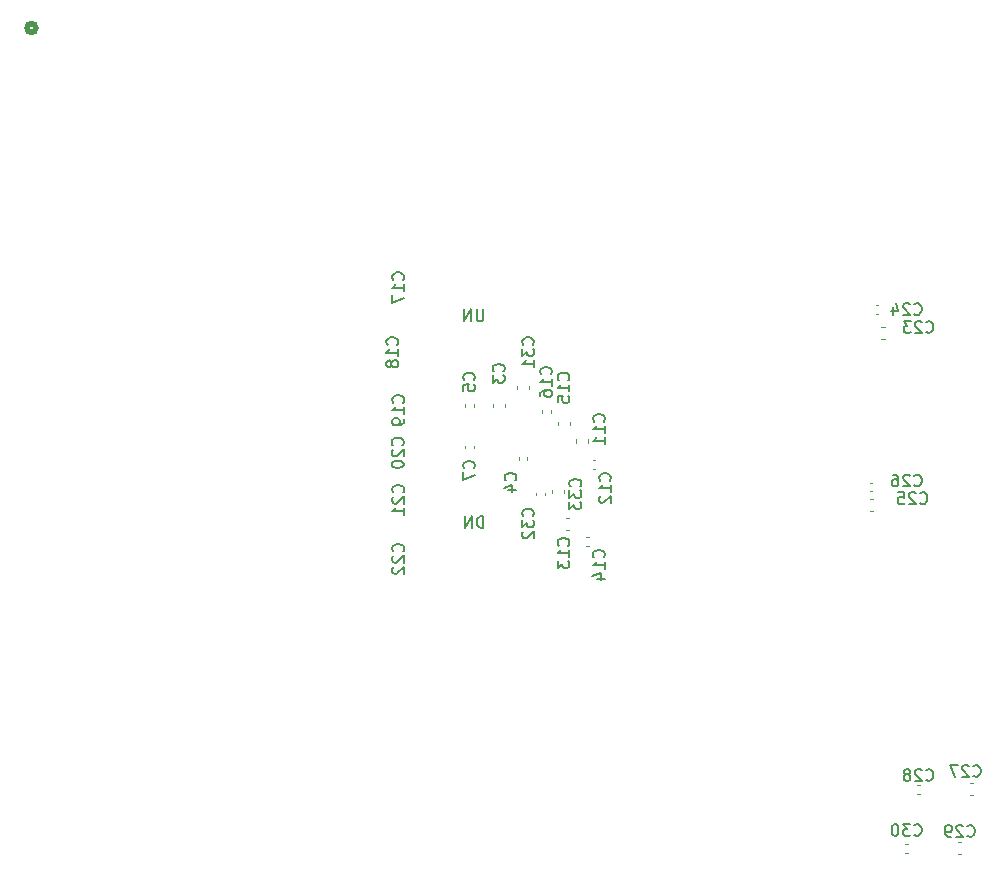
<source format=gbr>
%TF.GenerationSoftware,KiCad,Pcbnew,8.0.6-8.0.6-0~ubuntu24.04.1*%
%TF.CreationDate,2025-02-19T13:10:04-10:00*%
%TF.ProjectId,board_main,626f6172-645f-46d6-9169-6e2e6b696361,rev?*%
%TF.SameCoordinates,Original*%
%TF.FileFunction,Legend,Bot*%
%TF.FilePolarity,Positive*%
%FSLAX46Y46*%
G04 Gerber Fmt 4.6, Leading zero omitted, Abs format (unit mm)*
G04 Created by KiCad (PCBNEW 8.0.6-8.0.6-0~ubuntu24.04.1) date 2025-02-19 13:10:04*
%MOMM*%
%LPD*%
G01*
G04 APERTURE LIST*
%ADD10C,0.150000*%
%ADD11C,0.508000*%
%ADD12C,0.120000*%
G04 APERTURE END LIST*
D10*
X117663220Y-86869819D02*
X117663220Y-87679342D01*
X117663220Y-87679342D02*
X117615601Y-87774580D01*
X117615601Y-87774580D02*
X117567982Y-87822200D01*
X117567982Y-87822200D02*
X117472744Y-87869819D01*
X117472744Y-87869819D02*
X117282268Y-87869819D01*
X117282268Y-87869819D02*
X117187030Y-87822200D01*
X117187030Y-87822200D02*
X117139411Y-87774580D01*
X117139411Y-87774580D02*
X117091792Y-87679342D01*
X117091792Y-87679342D02*
X117091792Y-86869819D01*
X116615601Y-87869819D02*
X116615601Y-86869819D01*
X116615601Y-86869819D02*
X116044173Y-87869819D01*
X116044173Y-87869819D02*
X116044173Y-86869819D01*
X117663220Y-105369819D02*
X117663220Y-104369819D01*
X117663220Y-104369819D02*
X117425125Y-104369819D01*
X117425125Y-104369819D02*
X117282268Y-104417438D01*
X117282268Y-104417438D02*
X117187030Y-104512676D01*
X117187030Y-104512676D02*
X117139411Y-104607914D01*
X117139411Y-104607914D02*
X117091792Y-104798390D01*
X117091792Y-104798390D02*
X117091792Y-104941247D01*
X117091792Y-104941247D02*
X117139411Y-105131723D01*
X117139411Y-105131723D02*
X117187030Y-105226961D01*
X117187030Y-105226961D02*
X117282268Y-105322200D01*
X117282268Y-105322200D02*
X117425125Y-105369819D01*
X117425125Y-105369819D02*
X117663220Y-105369819D01*
X116663220Y-105369819D02*
X116663220Y-104369819D01*
X116663220Y-104369819D02*
X116091792Y-105369819D01*
X116091792Y-105369819D02*
X116091792Y-104369819D01*
X110359580Y-89857142D02*
X110407200Y-89809523D01*
X110407200Y-89809523D02*
X110454819Y-89666666D01*
X110454819Y-89666666D02*
X110454819Y-89571428D01*
X110454819Y-89571428D02*
X110407200Y-89428571D01*
X110407200Y-89428571D02*
X110311961Y-89333333D01*
X110311961Y-89333333D02*
X110216723Y-89285714D01*
X110216723Y-89285714D02*
X110026247Y-89238095D01*
X110026247Y-89238095D02*
X109883390Y-89238095D01*
X109883390Y-89238095D02*
X109692914Y-89285714D01*
X109692914Y-89285714D02*
X109597676Y-89333333D01*
X109597676Y-89333333D02*
X109502438Y-89428571D01*
X109502438Y-89428571D02*
X109454819Y-89571428D01*
X109454819Y-89571428D02*
X109454819Y-89666666D01*
X109454819Y-89666666D02*
X109502438Y-89809523D01*
X109502438Y-89809523D02*
X109550057Y-89857142D01*
X110454819Y-90809523D02*
X110454819Y-90238095D01*
X110454819Y-90523809D02*
X109454819Y-90523809D01*
X109454819Y-90523809D02*
X109597676Y-90428571D01*
X109597676Y-90428571D02*
X109692914Y-90333333D01*
X109692914Y-90333333D02*
X109740533Y-90238095D01*
X109883390Y-91380952D02*
X109835771Y-91285714D01*
X109835771Y-91285714D02*
X109788152Y-91238095D01*
X109788152Y-91238095D02*
X109692914Y-91190476D01*
X109692914Y-91190476D02*
X109645295Y-91190476D01*
X109645295Y-91190476D02*
X109550057Y-91238095D01*
X109550057Y-91238095D02*
X109502438Y-91285714D01*
X109502438Y-91285714D02*
X109454819Y-91380952D01*
X109454819Y-91380952D02*
X109454819Y-91571428D01*
X109454819Y-91571428D02*
X109502438Y-91666666D01*
X109502438Y-91666666D02*
X109550057Y-91714285D01*
X109550057Y-91714285D02*
X109645295Y-91761904D01*
X109645295Y-91761904D02*
X109692914Y-91761904D01*
X109692914Y-91761904D02*
X109788152Y-91714285D01*
X109788152Y-91714285D02*
X109835771Y-91666666D01*
X109835771Y-91666666D02*
X109883390Y-91571428D01*
X109883390Y-91571428D02*
X109883390Y-91380952D01*
X109883390Y-91380952D02*
X109931009Y-91285714D01*
X109931009Y-91285714D02*
X109978628Y-91238095D01*
X109978628Y-91238095D02*
X110073866Y-91190476D01*
X110073866Y-91190476D02*
X110264342Y-91190476D01*
X110264342Y-91190476D02*
X110359580Y-91238095D01*
X110359580Y-91238095D02*
X110407200Y-91285714D01*
X110407200Y-91285714D02*
X110454819Y-91380952D01*
X110454819Y-91380952D02*
X110454819Y-91571428D01*
X110454819Y-91571428D02*
X110407200Y-91666666D01*
X110407200Y-91666666D02*
X110359580Y-91714285D01*
X110359580Y-91714285D02*
X110264342Y-91761904D01*
X110264342Y-91761904D02*
X110073866Y-91761904D01*
X110073866Y-91761904D02*
X109978628Y-91714285D01*
X109978628Y-91714285D02*
X109931009Y-91666666D01*
X109931009Y-91666666D02*
X109883390Y-91571428D01*
X159142857Y-126359580D02*
X159190476Y-126407200D01*
X159190476Y-126407200D02*
X159333333Y-126454819D01*
X159333333Y-126454819D02*
X159428571Y-126454819D01*
X159428571Y-126454819D02*
X159571428Y-126407200D01*
X159571428Y-126407200D02*
X159666666Y-126311961D01*
X159666666Y-126311961D02*
X159714285Y-126216723D01*
X159714285Y-126216723D02*
X159761904Y-126026247D01*
X159761904Y-126026247D02*
X159761904Y-125883390D01*
X159761904Y-125883390D02*
X159714285Y-125692914D01*
X159714285Y-125692914D02*
X159666666Y-125597676D01*
X159666666Y-125597676D02*
X159571428Y-125502438D01*
X159571428Y-125502438D02*
X159428571Y-125454819D01*
X159428571Y-125454819D02*
X159333333Y-125454819D01*
X159333333Y-125454819D02*
X159190476Y-125502438D01*
X159190476Y-125502438D02*
X159142857Y-125550057D01*
X158761904Y-125550057D02*
X158714285Y-125502438D01*
X158714285Y-125502438D02*
X158619047Y-125454819D01*
X158619047Y-125454819D02*
X158380952Y-125454819D01*
X158380952Y-125454819D02*
X158285714Y-125502438D01*
X158285714Y-125502438D02*
X158238095Y-125550057D01*
X158238095Y-125550057D02*
X158190476Y-125645295D01*
X158190476Y-125645295D02*
X158190476Y-125740533D01*
X158190476Y-125740533D02*
X158238095Y-125883390D01*
X158238095Y-125883390D02*
X158809523Y-126454819D01*
X158809523Y-126454819D02*
X158190476Y-126454819D01*
X157857142Y-125454819D02*
X157190476Y-125454819D01*
X157190476Y-125454819D02*
X157619047Y-126454819D01*
X110859580Y-107357142D02*
X110907200Y-107309523D01*
X110907200Y-107309523D02*
X110954819Y-107166666D01*
X110954819Y-107166666D02*
X110954819Y-107071428D01*
X110954819Y-107071428D02*
X110907200Y-106928571D01*
X110907200Y-106928571D02*
X110811961Y-106833333D01*
X110811961Y-106833333D02*
X110716723Y-106785714D01*
X110716723Y-106785714D02*
X110526247Y-106738095D01*
X110526247Y-106738095D02*
X110383390Y-106738095D01*
X110383390Y-106738095D02*
X110192914Y-106785714D01*
X110192914Y-106785714D02*
X110097676Y-106833333D01*
X110097676Y-106833333D02*
X110002438Y-106928571D01*
X110002438Y-106928571D02*
X109954819Y-107071428D01*
X109954819Y-107071428D02*
X109954819Y-107166666D01*
X109954819Y-107166666D02*
X110002438Y-107309523D01*
X110002438Y-107309523D02*
X110050057Y-107357142D01*
X110050057Y-107738095D02*
X110002438Y-107785714D01*
X110002438Y-107785714D02*
X109954819Y-107880952D01*
X109954819Y-107880952D02*
X109954819Y-108119047D01*
X109954819Y-108119047D02*
X110002438Y-108214285D01*
X110002438Y-108214285D02*
X110050057Y-108261904D01*
X110050057Y-108261904D02*
X110145295Y-108309523D01*
X110145295Y-108309523D02*
X110240533Y-108309523D01*
X110240533Y-108309523D02*
X110383390Y-108261904D01*
X110383390Y-108261904D02*
X110954819Y-107690476D01*
X110954819Y-107690476D02*
X110954819Y-108309523D01*
X110050057Y-108690476D02*
X110002438Y-108738095D01*
X110002438Y-108738095D02*
X109954819Y-108833333D01*
X109954819Y-108833333D02*
X109954819Y-109071428D01*
X109954819Y-109071428D02*
X110002438Y-109166666D01*
X110002438Y-109166666D02*
X110050057Y-109214285D01*
X110050057Y-109214285D02*
X110145295Y-109261904D01*
X110145295Y-109261904D02*
X110240533Y-109261904D01*
X110240533Y-109261904D02*
X110383390Y-109214285D01*
X110383390Y-109214285D02*
X110954819Y-108642857D01*
X110954819Y-108642857D02*
X110954819Y-109261904D01*
X110859580Y-94757142D02*
X110907200Y-94709523D01*
X110907200Y-94709523D02*
X110954819Y-94566666D01*
X110954819Y-94566666D02*
X110954819Y-94471428D01*
X110954819Y-94471428D02*
X110907200Y-94328571D01*
X110907200Y-94328571D02*
X110811961Y-94233333D01*
X110811961Y-94233333D02*
X110716723Y-94185714D01*
X110716723Y-94185714D02*
X110526247Y-94138095D01*
X110526247Y-94138095D02*
X110383390Y-94138095D01*
X110383390Y-94138095D02*
X110192914Y-94185714D01*
X110192914Y-94185714D02*
X110097676Y-94233333D01*
X110097676Y-94233333D02*
X110002438Y-94328571D01*
X110002438Y-94328571D02*
X109954819Y-94471428D01*
X109954819Y-94471428D02*
X109954819Y-94566666D01*
X109954819Y-94566666D02*
X110002438Y-94709523D01*
X110002438Y-94709523D02*
X110050057Y-94757142D01*
X110954819Y-95709523D02*
X110954819Y-95138095D01*
X110954819Y-95423809D02*
X109954819Y-95423809D01*
X109954819Y-95423809D02*
X110097676Y-95328571D01*
X110097676Y-95328571D02*
X110192914Y-95233333D01*
X110192914Y-95233333D02*
X110240533Y-95138095D01*
X110954819Y-96185714D02*
X110954819Y-96376190D01*
X110954819Y-96376190D02*
X110907200Y-96471428D01*
X110907200Y-96471428D02*
X110859580Y-96519047D01*
X110859580Y-96519047D02*
X110716723Y-96614285D01*
X110716723Y-96614285D02*
X110526247Y-96661904D01*
X110526247Y-96661904D02*
X110145295Y-96661904D01*
X110145295Y-96661904D02*
X110050057Y-96614285D01*
X110050057Y-96614285D02*
X110002438Y-96566666D01*
X110002438Y-96566666D02*
X109954819Y-96471428D01*
X109954819Y-96471428D02*
X109954819Y-96280952D01*
X109954819Y-96280952D02*
X110002438Y-96185714D01*
X110002438Y-96185714D02*
X110050057Y-96138095D01*
X110050057Y-96138095D02*
X110145295Y-96090476D01*
X110145295Y-96090476D02*
X110383390Y-96090476D01*
X110383390Y-96090476D02*
X110478628Y-96138095D01*
X110478628Y-96138095D02*
X110526247Y-96185714D01*
X110526247Y-96185714D02*
X110573866Y-96280952D01*
X110573866Y-96280952D02*
X110573866Y-96471428D01*
X110573866Y-96471428D02*
X110526247Y-96566666D01*
X110526247Y-96566666D02*
X110478628Y-96614285D01*
X110478628Y-96614285D02*
X110383390Y-96661904D01*
X116859580Y-100333333D02*
X116907200Y-100285714D01*
X116907200Y-100285714D02*
X116954819Y-100142857D01*
X116954819Y-100142857D02*
X116954819Y-100047619D01*
X116954819Y-100047619D02*
X116907200Y-99904762D01*
X116907200Y-99904762D02*
X116811961Y-99809524D01*
X116811961Y-99809524D02*
X116716723Y-99761905D01*
X116716723Y-99761905D02*
X116526247Y-99714286D01*
X116526247Y-99714286D02*
X116383390Y-99714286D01*
X116383390Y-99714286D02*
X116192914Y-99761905D01*
X116192914Y-99761905D02*
X116097676Y-99809524D01*
X116097676Y-99809524D02*
X116002438Y-99904762D01*
X116002438Y-99904762D02*
X115954819Y-100047619D01*
X115954819Y-100047619D02*
X115954819Y-100142857D01*
X115954819Y-100142857D02*
X116002438Y-100285714D01*
X116002438Y-100285714D02*
X116050057Y-100333333D01*
X115954819Y-100666667D02*
X115954819Y-101333333D01*
X115954819Y-101333333D02*
X116954819Y-100904762D01*
X127839580Y-107857142D02*
X127887200Y-107809523D01*
X127887200Y-107809523D02*
X127934819Y-107666666D01*
X127934819Y-107666666D02*
X127934819Y-107571428D01*
X127934819Y-107571428D02*
X127887200Y-107428571D01*
X127887200Y-107428571D02*
X127791961Y-107333333D01*
X127791961Y-107333333D02*
X127696723Y-107285714D01*
X127696723Y-107285714D02*
X127506247Y-107238095D01*
X127506247Y-107238095D02*
X127363390Y-107238095D01*
X127363390Y-107238095D02*
X127172914Y-107285714D01*
X127172914Y-107285714D02*
X127077676Y-107333333D01*
X127077676Y-107333333D02*
X126982438Y-107428571D01*
X126982438Y-107428571D02*
X126934819Y-107571428D01*
X126934819Y-107571428D02*
X126934819Y-107666666D01*
X126934819Y-107666666D02*
X126982438Y-107809523D01*
X126982438Y-107809523D02*
X127030057Y-107857142D01*
X127934819Y-108809523D02*
X127934819Y-108238095D01*
X127934819Y-108523809D02*
X126934819Y-108523809D01*
X126934819Y-108523809D02*
X127077676Y-108428571D01*
X127077676Y-108428571D02*
X127172914Y-108333333D01*
X127172914Y-108333333D02*
X127220533Y-108238095D01*
X127268152Y-109666666D02*
X127934819Y-109666666D01*
X126887200Y-109428571D02*
X127601485Y-109190476D01*
X127601485Y-109190476D02*
X127601485Y-109809523D01*
X119359580Y-92108333D02*
X119407200Y-92060714D01*
X119407200Y-92060714D02*
X119454819Y-91917857D01*
X119454819Y-91917857D02*
X119454819Y-91822619D01*
X119454819Y-91822619D02*
X119407200Y-91679762D01*
X119407200Y-91679762D02*
X119311961Y-91584524D01*
X119311961Y-91584524D02*
X119216723Y-91536905D01*
X119216723Y-91536905D02*
X119026247Y-91489286D01*
X119026247Y-91489286D02*
X118883390Y-91489286D01*
X118883390Y-91489286D02*
X118692914Y-91536905D01*
X118692914Y-91536905D02*
X118597676Y-91584524D01*
X118597676Y-91584524D02*
X118502438Y-91679762D01*
X118502438Y-91679762D02*
X118454819Y-91822619D01*
X118454819Y-91822619D02*
X118454819Y-91917857D01*
X118454819Y-91917857D02*
X118502438Y-92060714D01*
X118502438Y-92060714D02*
X118550057Y-92108333D01*
X118454819Y-92441667D02*
X118454819Y-93060714D01*
X118454819Y-93060714D02*
X118835771Y-92727381D01*
X118835771Y-92727381D02*
X118835771Y-92870238D01*
X118835771Y-92870238D02*
X118883390Y-92965476D01*
X118883390Y-92965476D02*
X118931009Y-93013095D01*
X118931009Y-93013095D02*
X119026247Y-93060714D01*
X119026247Y-93060714D02*
X119264342Y-93060714D01*
X119264342Y-93060714D02*
X119359580Y-93013095D01*
X119359580Y-93013095D02*
X119407200Y-92965476D01*
X119407200Y-92965476D02*
X119454819Y-92870238D01*
X119454819Y-92870238D02*
X119454819Y-92584524D01*
X119454819Y-92584524D02*
X119407200Y-92489286D01*
X119407200Y-92489286D02*
X119359580Y-92441667D01*
X110809580Y-98357142D02*
X110857200Y-98309523D01*
X110857200Y-98309523D02*
X110904819Y-98166666D01*
X110904819Y-98166666D02*
X110904819Y-98071428D01*
X110904819Y-98071428D02*
X110857200Y-97928571D01*
X110857200Y-97928571D02*
X110761961Y-97833333D01*
X110761961Y-97833333D02*
X110666723Y-97785714D01*
X110666723Y-97785714D02*
X110476247Y-97738095D01*
X110476247Y-97738095D02*
X110333390Y-97738095D01*
X110333390Y-97738095D02*
X110142914Y-97785714D01*
X110142914Y-97785714D02*
X110047676Y-97833333D01*
X110047676Y-97833333D02*
X109952438Y-97928571D01*
X109952438Y-97928571D02*
X109904819Y-98071428D01*
X109904819Y-98071428D02*
X109904819Y-98166666D01*
X109904819Y-98166666D02*
X109952438Y-98309523D01*
X109952438Y-98309523D02*
X110000057Y-98357142D01*
X110000057Y-98738095D02*
X109952438Y-98785714D01*
X109952438Y-98785714D02*
X109904819Y-98880952D01*
X109904819Y-98880952D02*
X109904819Y-99119047D01*
X109904819Y-99119047D02*
X109952438Y-99214285D01*
X109952438Y-99214285D02*
X110000057Y-99261904D01*
X110000057Y-99261904D02*
X110095295Y-99309523D01*
X110095295Y-99309523D02*
X110190533Y-99309523D01*
X110190533Y-99309523D02*
X110333390Y-99261904D01*
X110333390Y-99261904D02*
X110904819Y-98690476D01*
X110904819Y-98690476D02*
X110904819Y-99309523D01*
X109904819Y-99928571D02*
X109904819Y-100023809D01*
X109904819Y-100023809D02*
X109952438Y-100119047D01*
X109952438Y-100119047D02*
X110000057Y-100166666D01*
X110000057Y-100166666D02*
X110095295Y-100214285D01*
X110095295Y-100214285D02*
X110285771Y-100261904D01*
X110285771Y-100261904D02*
X110523866Y-100261904D01*
X110523866Y-100261904D02*
X110714342Y-100214285D01*
X110714342Y-100214285D02*
X110809580Y-100166666D01*
X110809580Y-100166666D02*
X110857200Y-100119047D01*
X110857200Y-100119047D02*
X110904819Y-100023809D01*
X110904819Y-100023809D02*
X110904819Y-99928571D01*
X110904819Y-99928571D02*
X110857200Y-99833333D01*
X110857200Y-99833333D02*
X110809580Y-99785714D01*
X110809580Y-99785714D02*
X110714342Y-99738095D01*
X110714342Y-99738095D02*
X110523866Y-99690476D01*
X110523866Y-99690476D02*
X110285771Y-99690476D01*
X110285771Y-99690476D02*
X110095295Y-99738095D01*
X110095295Y-99738095D02*
X110000057Y-99785714D01*
X110000057Y-99785714D02*
X109952438Y-99833333D01*
X109952438Y-99833333D02*
X109904819Y-99928571D01*
X123359580Y-92357142D02*
X123407200Y-92309523D01*
X123407200Y-92309523D02*
X123454819Y-92166666D01*
X123454819Y-92166666D02*
X123454819Y-92071428D01*
X123454819Y-92071428D02*
X123407200Y-91928571D01*
X123407200Y-91928571D02*
X123311961Y-91833333D01*
X123311961Y-91833333D02*
X123216723Y-91785714D01*
X123216723Y-91785714D02*
X123026247Y-91738095D01*
X123026247Y-91738095D02*
X122883390Y-91738095D01*
X122883390Y-91738095D02*
X122692914Y-91785714D01*
X122692914Y-91785714D02*
X122597676Y-91833333D01*
X122597676Y-91833333D02*
X122502438Y-91928571D01*
X122502438Y-91928571D02*
X122454819Y-92071428D01*
X122454819Y-92071428D02*
X122454819Y-92166666D01*
X122454819Y-92166666D02*
X122502438Y-92309523D01*
X122502438Y-92309523D02*
X122550057Y-92357142D01*
X123454819Y-93309523D02*
X123454819Y-92738095D01*
X123454819Y-93023809D02*
X122454819Y-93023809D01*
X122454819Y-93023809D02*
X122597676Y-92928571D01*
X122597676Y-92928571D02*
X122692914Y-92833333D01*
X122692914Y-92833333D02*
X122740533Y-92738095D01*
X122454819Y-94166666D02*
X122454819Y-93976190D01*
X122454819Y-93976190D02*
X122502438Y-93880952D01*
X122502438Y-93880952D02*
X122550057Y-93833333D01*
X122550057Y-93833333D02*
X122692914Y-93738095D01*
X122692914Y-93738095D02*
X122883390Y-93690476D01*
X122883390Y-93690476D02*
X123264342Y-93690476D01*
X123264342Y-93690476D02*
X123359580Y-93738095D01*
X123359580Y-93738095D02*
X123407200Y-93785714D01*
X123407200Y-93785714D02*
X123454819Y-93880952D01*
X123454819Y-93880952D02*
X123454819Y-94071428D01*
X123454819Y-94071428D02*
X123407200Y-94166666D01*
X123407200Y-94166666D02*
X123359580Y-94214285D01*
X123359580Y-94214285D02*
X123264342Y-94261904D01*
X123264342Y-94261904D02*
X123026247Y-94261904D01*
X123026247Y-94261904D02*
X122931009Y-94214285D01*
X122931009Y-94214285D02*
X122883390Y-94166666D01*
X122883390Y-94166666D02*
X122835771Y-94071428D01*
X122835771Y-94071428D02*
X122835771Y-93880952D01*
X122835771Y-93880952D02*
X122883390Y-93785714D01*
X122883390Y-93785714D02*
X122931009Y-93738095D01*
X122931009Y-93738095D02*
X123026247Y-93690476D01*
X110859580Y-84357142D02*
X110907200Y-84309523D01*
X110907200Y-84309523D02*
X110954819Y-84166666D01*
X110954819Y-84166666D02*
X110954819Y-84071428D01*
X110954819Y-84071428D02*
X110907200Y-83928571D01*
X110907200Y-83928571D02*
X110811961Y-83833333D01*
X110811961Y-83833333D02*
X110716723Y-83785714D01*
X110716723Y-83785714D02*
X110526247Y-83738095D01*
X110526247Y-83738095D02*
X110383390Y-83738095D01*
X110383390Y-83738095D02*
X110192914Y-83785714D01*
X110192914Y-83785714D02*
X110097676Y-83833333D01*
X110097676Y-83833333D02*
X110002438Y-83928571D01*
X110002438Y-83928571D02*
X109954819Y-84071428D01*
X109954819Y-84071428D02*
X109954819Y-84166666D01*
X109954819Y-84166666D02*
X110002438Y-84309523D01*
X110002438Y-84309523D02*
X110050057Y-84357142D01*
X110954819Y-85309523D02*
X110954819Y-84738095D01*
X110954819Y-85023809D02*
X109954819Y-85023809D01*
X109954819Y-85023809D02*
X110097676Y-84928571D01*
X110097676Y-84928571D02*
X110192914Y-84833333D01*
X110192914Y-84833333D02*
X110240533Y-84738095D01*
X109954819Y-85642857D02*
X109954819Y-86309523D01*
X109954819Y-86309523D02*
X110954819Y-85880952D01*
X155142857Y-126699580D02*
X155190476Y-126747200D01*
X155190476Y-126747200D02*
X155333333Y-126794819D01*
X155333333Y-126794819D02*
X155428571Y-126794819D01*
X155428571Y-126794819D02*
X155571428Y-126747200D01*
X155571428Y-126747200D02*
X155666666Y-126651961D01*
X155666666Y-126651961D02*
X155714285Y-126556723D01*
X155714285Y-126556723D02*
X155761904Y-126366247D01*
X155761904Y-126366247D02*
X155761904Y-126223390D01*
X155761904Y-126223390D02*
X155714285Y-126032914D01*
X155714285Y-126032914D02*
X155666666Y-125937676D01*
X155666666Y-125937676D02*
X155571428Y-125842438D01*
X155571428Y-125842438D02*
X155428571Y-125794819D01*
X155428571Y-125794819D02*
X155333333Y-125794819D01*
X155333333Y-125794819D02*
X155190476Y-125842438D01*
X155190476Y-125842438D02*
X155142857Y-125890057D01*
X154761904Y-125890057D02*
X154714285Y-125842438D01*
X154714285Y-125842438D02*
X154619047Y-125794819D01*
X154619047Y-125794819D02*
X154380952Y-125794819D01*
X154380952Y-125794819D02*
X154285714Y-125842438D01*
X154285714Y-125842438D02*
X154238095Y-125890057D01*
X154238095Y-125890057D02*
X154190476Y-125985295D01*
X154190476Y-125985295D02*
X154190476Y-126080533D01*
X154190476Y-126080533D02*
X154238095Y-126223390D01*
X154238095Y-126223390D02*
X154809523Y-126794819D01*
X154809523Y-126794819D02*
X154190476Y-126794819D01*
X153619047Y-126223390D02*
X153714285Y-126175771D01*
X153714285Y-126175771D02*
X153761904Y-126128152D01*
X153761904Y-126128152D02*
X153809523Y-126032914D01*
X153809523Y-126032914D02*
X153809523Y-125985295D01*
X153809523Y-125985295D02*
X153761904Y-125890057D01*
X153761904Y-125890057D02*
X153714285Y-125842438D01*
X153714285Y-125842438D02*
X153619047Y-125794819D01*
X153619047Y-125794819D02*
X153428571Y-125794819D01*
X153428571Y-125794819D02*
X153333333Y-125842438D01*
X153333333Y-125842438D02*
X153285714Y-125890057D01*
X153285714Y-125890057D02*
X153238095Y-125985295D01*
X153238095Y-125985295D02*
X153238095Y-126032914D01*
X153238095Y-126032914D02*
X153285714Y-126128152D01*
X153285714Y-126128152D02*
X153333333Y-126175771D01*
X153333333Y-126175771D02*
X153428571Y-126223390D01*
X153428571Y-126223390D02*
X153619047Y-126223390D01*
X153619047Y-126223390D02*
X153714285Y-126271009D01*
X153714285Y-126271009D02*
X153761904Y-126318628D01*
X153761904Y-126318628D02*
X153809523Y-126413866D01*
X153809523Y-126413866D02*
X153809523Y-126604342D01*
X153809523Y-126604342D02*
X153761904Y-126699580D01*
X153761904Y-126699580D02*
X153714285Y-126747200D01*
X153714285Y-126747200D02*
X153619047Y-126794819D01*
X153619047Y-126794819D02*
X153428571Y-126794819D01*
X153428571Y-126794819D02*
X153333333Y-126747200D01*
X153333333Y-126747200D02*
X153285714Y-126699580D01*
X153285714Y-126699580D02*
X153238095Y-126604342D01*
X153238095Y-126604342D02*
X153238095Y-126413866D01*
X153238095Y-126413866D02*
X153285714Y-126318628D01*
X153285714Y-126318628D02*
X153333333Y-126271009D01*
X153333333Y-126271009D02*
X153428571Y-126223390D01*
X120359580Y-101333333D02*
X120407200Y-101285714D01*
X120407200Y-101285714D02*
X120454819Y-101142857D01*
X120454819Y-101142857D02*
X120454819Y-101047619D01*
X120454819Y-101047619D02*
X120407200Y-100904762D01*
X120407200Y-100904762D02*
X120311961Y-100809524D01*
X120311961Y-100809524D02*
X120216723Y-100761905D01*
X120216723Y-100761905D02*
X120026247Y-100714286D01*
X120026247Y-100714286D02*
X119883390Y-100714286D01*
X119883390Y-100714286D02*
X119692914Y-100761905D01*
X119692914Y-100761905D02*
X119597676Y-100809524D01*
X119597676Y-100809524D02*
X119502438Y-100904762D01*
X119502438Y-100904762D02*
X119454819Y-101047619D01*
X119454819Y-101047619D02*
X119454819Y-101142857D01*
X119454819Y-101142857D02*
X119502438Y-101285714D01*
X119502438Y-101285714D02*
X119550057Y-101333333D01*
X119788152Y-102190476D02*
X120454819Y-102190476D01*
X119407200Y-101952381D02*
X120121485Y-101714286D01*
X120121485Y-101714286D02*
X120121485Y-102333333D01*
X125859580Y-101857142D02*
X125907200Y-101809523D01*
X125907200Y-101809523D02*
X125954819Y-101666666D01*
X125954819Y-101666666D02*
X125954819Y-101571428D01*
X125954819Y-101571428D02*
X125907200Y-101428571D01*
X125907200Y-101428571D02*
X125811961Y-101333333D01*
X125811961Y-101333333D02*
X125716723Y-101285714D01*
X125716723Y-101285714D02*
X125526247Y-101238095D01*
X125526247Y-101238095D02*
X125383390Y-101238095D01*
X125383390Y-101238095D02*
X125192914Y-101285714D01*
X125192914Y-101285714D02*
X125097676Y-101333333D01*
X125097676Y-101333333D02*
X125002438Y-101428571D01*
X125002438Y-101428571D02*
X124954819Y-101571428D01*
X124954819Y-101571428D02*
X124954819Y-101666666D01*
X124954819Y-101666666D02*
X125002438Y-101809523D01*
X125002438Y-101809523D02*
X125050057Y-101857142D01*
X124954819Y-102190476D02*
X124954819Y-102809523D01*
X124954819Y-102809523D02*
X125335771Y-102476190D01*
X125335771Y-102476190D02*
X125335771Y-102619047D01*
X125335771Y-102619047D02*
X125383390Y-102714285D01*
X125383390Y-102714285D02*
X125431009Y-102761904D01*
X125431009Y-102761904D02*
X125526247Y-102809523D01*
X125526247Y-102809523D02*
X125764342Y-102809523D01*
X125764342Y-102809523D02*
X125859580Y-102761904D01*
X125859580Y-102761904D02*
X125907200Y-102714285D01*
X125907200Y-102714285D02*
X125954819Y-102619047D01*
X125954819Y-102619047D02*
X125954819Y-102333333D01*
X125954819Y-102333333D02*
X125907200Y-102238095D01*
X125907200Y-102238095D02*
X125859580Y-102190476D01*
X124954819Y-103142857D02*
X124954819Y-103761904D01*
X124954819Y-103761904D02*
X125335771Y-103428571D01*
X125335771Y-103428571D02*
X125335771Y-103571428D01*
X125335771Y-103571428D02*
X125383390Y-103666666D01*
X125383390Y-103666666D02*
X125431009Y-103714285D01*
X125431009Y-103714285D02*
X125526247Y-103761904D01*
X125526247Y-103761904D02*
X125764342Y-103761904D01*
X125764342Y-103761904D02*
X125859580Y-103714285D01*
X125859580Y-103714285D02*
X125907200Y-103666666D01*
X125907200Y-103666666D02*
X125954819Y-103571428D01*
X125954819Y-103571428D02*
X125954819Y-103285714D01*
X125954819Y-103285714D02*
X125907200Y-103190476D01*
X125907200Y-103190476D02*
X125859580Y-103142857D01*
X154142857Y-101752380D02*
X154190476Y-101800000D01*
X154190476Y-101800000D02*
X154333333Y-101847619D01*
X154333333Y-101847619D02*
X154428571Y-101847619D01*
X154428571Y-101847619D02*
X154571428Y-101800000D01*
X154571428Y-101800000D02*
X154666666Y-101704761D01*
X154666666Y-101704761D02*
X154714285Y-101609523D01*
X154714285Y-101609523D02*
X154761904Y-101419047D01*
X154761904Y-101419047D02*
X154761904Y-101276190D01*
X154761904Y-101276190D02*
X154714285Y-101085714D01*
X154714285Y-101085714D02*
X154666666Y-100990476D01*
X154666666Y-100990476D02*
X154571428Y-100895238D01*
X154571428Y-100895238D02*
X154428571Y-100847619D01*
X154428571Y-100847619D02*
X154333333Y-100847619D01*
X154333333Y-100847619D02*
X154190476Y-100895238D01*
X154190476Y-100895238D02*
X154142857Y-100942857D01*
X153761904Y-100942857D02*
X153714285Y-100895238D01*
X153714285Y-100895238D02*
X153619047Y-100847619D01*
X153619047Y-100847619D02*
X153380952Y-100847619D01*
X153380952Y-100847619D02*
X153285714Y-100895238D01*
X153285714Y-100895238D02*
X153238095Y-100942857D01*
X153238095Y-100942857D02*
X153190476Y-101038095D01*
X153190476Y-101038095D02*
X153190476Y-101133333D01*
X153190476Y-101133333D02*
X153238095Y-101276190D01*
X153238095Y-101276190D02*
X153809523Y-101847619D01*
X153809523Y-101847619D02*
X153190476Y-101847619D01*
X152333333Y-100847619D02*
X152523809Y-100847619D01*
X152523809Y-100847619D02*
X152619047Y-100895238D01*
X152619047Y-100895238D02*
X152666666Y-100942857D01*
X152666666Y-100942857D02*
X152761904Y-101085714D01*
X152761904Y-101085714D02*
X152809523Y-101276190D01*
X152809523Y-101276190D02*
X152809523Y-101657142D01*
X152809523Y-101657142D02*
X152761904Y-101752380D01*
X152761904Y-101752380D02*
X152714285Y-101800000D01*
X152714285Y-101800000D02*
X152619047Y-101847619D01*
X152619047Y-101847619D02*
X152428571Y-101847619D01*
X152428571Y-101847619D02*
X152333333Y-101800000D01*
X152333333Y-101800000D02*
X152285714Y-101752380D01*
X152285714Y-101752380D02*
X152238095Y-101657142D01*
X152238095Y-101657142D02*
X152238095Y-101419047D01*
X152238095Y-101419047D02*
X152285714Y-101323809D01*
X152285714Y-101323809D02*
X152333333Y-101276190D01*
X152333333Y-101276190D02*
X152428571Y-101228571D01*
X152428571Y-101228571D02*
X152619047Y-101228571D01*
X152619047Y-101228571D02*
X152714285Y-101276190D01*
X152714285Y-101276190D02*
X152761904Y-101323809D01*
X152761904Y-101323809D02*
X152809523Y-101419047D01*
X155142857Y-88752380D02*
X155190476Y-88800000D01*
X155190476Y-88800000D02*
X155333333Y-88847619D01*
X155333333Y-88847619D02*
X155428571Y-88847619D01*
X155428571Y-88847619D02*
X155571428Y-88800000D01*
X155571428Y-88800000D02*
X155666666Y-88704761D01*
X155666666Y-88704761D02*
X155714285Y-88609523D01*
X155714285Y-88609523D02*
X155761904Y-88419047D01*
X155761904Y-88419047D02*
X155761904Y-88276190D01*
X155761904Y-88276190D02*
X155714285Y-88085714D01*
X155714285Y-88085714D02*
X155666666Y-87990476D01*
X155666666Y-87990476D02*
X155571428Y-87895238D01*
X155571428Y-87895238D02*
X155428571Y-87847619D01*
X155428571Y-87847619D02*
X155333333Y-87847619D01*
X155333333Y-87847619D02*
X155190476Y-87895238D01*
X155190476Y-87895238D02*
X155142857Y-87942857D01*
X154761904Y-87942857D02*
X154714285Y-87895238D01*
X154714285Y-87895238D02*
X154619047Y-87847619D01*
X154619047Y-87847619D02*
X154380952Y-87847619D01*
X154380952Y-87847619D02*
X154285714Y-87895238D01*
X154285714Y-87895238D02*
X154238095Y-87942857D01*
X154238095Y-87942857D02*
X154190476Y-88038095D01*
X154190476Y-88038095D02*
X154190476Y-88133333D01*
X154190476Y-88133333D02*
X154238095Y-88276190D01*
X154238095Y-88276190D02*
X154809523Y-88847619D01*
X154809523Y-88847619D02*
X154190476Y-88847619D01*
X153857142Y-87847619D02*
X153238095Y-87847619D01*
X153238095Y-87847619D02*
X153571428Y-88228571D01*
X153571428Y-88228571D02*
X153428571Y-88228571D01*
X153428571Y-88228571D02*
X153333333Y-88276190D01*
X153333333Y-88276190D02*
X153285714Y-88323809D01*
X153285714Y-88323809D02*
X153238095Y-88419047D01*
X153238095Y-88419047D02*
X153238095Y-88657142D01*
X153238095Y-88657142D02*
X153285714Y-88752380D01*
X153285714Y-88752380D02*
X153333333Y-88800000D01*
X153333333Y-88800000D02*
X153428571Y-88847619D01*
X153428571Y-88847619D02*
X153714285Y-88847619D01*
X153714285Y-88847619D02*
X153809523Y-88800000D01*
X153809523Y-88800000D02*
X153857142Y-88752380D01*
X124859580Y-106857142D02*
X124907200Y-106809523D01*
X124907200Y-106809523D02*
X124954819Y-106666666D01*
X124954819Y-106666666D02*
X124954819Y-106571428D01*
X124954819Y-106571428D02*
X124907200Y-106428571D01*
X124907200Y-106428571D02*
X124811961Y-106333333D01*
X124811961Y-106333333D02*
X124716723Y-106285714D01*
X124716723Y-106285714D02*
X124526247Y-106238095D01*
X124526247Y-106238095D02*
X124383390Y-106238095D01*
X124383390Y-106238095D02*
X124192914Y-106285714D01*
X124192914Y-106285714D02*
X124097676Y-106333333D01*
X124097676Y-106333333D02*
X124002438Y-106428571D01*
X124002438Y-106428571D02*
X123954819Y-106571428D01*
X123954819Y-106571428D02*
X123954819Y-106666666D01*
X123954819Y-106666666D02*
X124002438Y-106809523D01*
X124002438Y-106809523D02*
X124050057Y-106857142D01*
X124954819Y-107809523D02*
X124954819Y-107238095D01*
X124954819Y-107523809D02*
X123954819Y-107523809D01*
X123954819Y-107523809D02*
X124097676Y-107428571D01*
X124097676Y-107428571D02*
X124192914Y-107333333D01*
X124192914Y-107333333D02*
X124240533Y-107238095D01*
X123954819Y-108142857D02*
X123954819Y-108761904D01*
X123954819Y-108761904D02*
X124335771Y-108428571D01*
X124335771Y-108428571D02*
X124335771Y-108571428D01*
X124335771Y-108571428D02*
X124383390Y-108666666D01*
X124383390Y-108666666D02*
X124431009Y-108714285D01*
X124431009Y-108714285D02*
X124526247Y-108761904D01*
X124526247Y-108761904D02*
X124764342Y-108761904D01*
X124764342Y-108761904D02*
X124859580Y-108714285D01*
X124859580Y-108714285D02*
X124907200Y-108666666D01*
X124907200Y-108666666D02*
X124954819Y-108571428D01*
X124954819Y-108571428D02*
X124954819Y-108285714D01*
X124954819Y-108285714D02*
X124907200Y-108190476D01*
X124907200Y-108190476D02*
X124859580Y-108142857D01*
X158642857Y-131429580D02*
X158690476Y-131477200D01*
X158690476Y-131477200D02*
X158833333Y-131524819D01*
X158833333Y-131524819D02*
X158928571Y-131524819D01*
X158928571Y-131524819D02*
X159071428Y-131477200D01*
X159071428Y-131477200D02*
X159166666Y-131381961D01*
X159166666Y-131381961D02*
X159214285Y-131286723D01*
X159214285Y-131286723D02*
X159261904Y-131096247D01*
X159261904Y-131096247D02*
X159261904Y-130953390D01*
X159261904Y-130953390D02*
X159214285Y-130762914D01*
X159214285Y-130762914D02*
X159166666Y-130667676D01*
X159166666Y-130667676D02*
X159071428Y-130572438D01*
X159071428Y-130572438D02*
X158928571Y-130524819D01*
X158928571Y-130524819D02*
X158833333Y-130524819D01*
X158833333Y-130524819D02*
X158690476Y-130572438D01*
X158690476Y-130572438D02*
X158642857Y-130620057D01*
X158261904Y-130620057D02*
X158214285Y-130572438D01*
X158214285Y-130572438D02*
X158119047Y-130524819D01*
X158119047Y-130524819D02*
X157880952Y-130524819D01*
X157880952Y-130524819D02*
X157785714Y-130572438D01*
X157785714Y-130572438D02*
X157738095Y-130620057D01*
X157738095Y-130620057D02*
X157690476Y-130715295D01*
X157690476Y-130715295D02*
X157690476Y-130810533D01*
X157690476Y-130810533D02*
X157738095Y-130953390D01*
X157738095Y-130953390D02*
X158309523Y-131524819D01*
X158309523Y-131524819D02*
X157690476Y-131524819D01*
X157214285Y-131524819D02*
X157023809Y-131524819D01*
X157023809Y-131524819D02*
X156928571Y-131477200D01*
X156928571Y-131477200D02*
X156880952Y-131429580D01*
X156880952Y-131429580D02*
X156785714Y-131286723D01*
X156785714Y-131286723D02*
X156738095Y-131096247D01*
X156738095Y-131096247D02*
X156738095Y-130715295D01*
X156738095Y-130715295D02*
X156785714Y-130620057D01*
X156785714Y-130620057D02*
X156833333Y-130572438D01*
X156833333Y-130572438D02*
X156928571Y-130524819D01*
X156928571Y-130524819D02*
X157119047Y-130524819D01*
X157119047Y-130524819D02*
X157214285Y-130572438D01*
X157214285Y-130572438D02*
X157261904Y-130620057D01*
X157261904Y-130620057D02*
X157309523Y-130715295D01*
X157309523Y-130715295D02*
X157309523Y-130953390D01*
X157309523Y-130953390D02*
X157261904Y-131048628D01*
X157261904Y-131048628D02*
X157214285Y-131096247D01*
X157214285Y-131096247D02*
X157119047Y-131143866D01*
X157119047Y-131143866D02*
X156928571Y-131143866D01*
X156928571Y-131143866D02*
X156833333Y-131096247D01*
X156833333Y-131096247D02*
X156785714Y-131048628D01*
X156785714Y-131048628D02*
X156738095Y-130953390D01*
X128359580Y-101357142D02*
X128407200Y-101309523D01*
X128407200Y-101309523D02*
X128454819Y-101166666D01*
X128454819Y-101166666D02*
X128454819Y-101071428D01*
X128454819Y-101071428D02*
X128407200Y-100928571D01*
X128407200Y-100928571D02*
X128311961Y-100833333D01*
X128311961Y-100833333D02*
X128216723Y-100785714D01*
X128216723Y-100785714D02*
X128026247Y-100738095D01*
X128026247Y-100738095D02*
X127883390Y-100738095D01*
X127883390Y-100738095D02*
X127692914Y-100785714D01*
X127692914Y-100785714D02*
X127597676Y-100833333D01*
X127597676Y-100833333D02*
X127502438Y-100928571D01*
X127502438Y-100928571D02*
X127454819Y-101071428D01*
X127454819Y-101071428D02*
X127454819Y-101166666D01*
X127454819Y-101166666D02*
X127502438Y-101309523D01*
X127502438Y-101309523D02*
X127550057Y-101357142D01*
X128454819Y-102309523D02*
X128454819Y-101738095D01*
X128454819Y-102023809D02*
X127454819Y-102023809D01*
X127454819Y-102023809D02*
X127597676Y-101928571D01*
X127597676Y-101928571D02*
X127692914Y-101833333D01*
X127692914Y-101833333D02*
X127740533Y-101738095D01*
X127550057Y-102690476D02*
X127502438Y-102738095D01*
X127502438Y-102738095D02*
X127454819Y-102833333D01*
X127454819Y-102833333D02*
X127454819Y-103071428D01*
X127454819Y-103071428D02*
X127502438Y-103166666D01*
X127502438Y-103166666D02*
X127550057Y-103214285D01*
X127550057Y-103214285D02*
X127645295Y-103261904D01*
X127645295Y-103261904D02*
X127740533Y-103261904D01*
X127740533Y-103261904D02*
X127883390Y-103214285D01*
X127883390Y-103214285D02*
X128454819Y-102642857D01*
X128454819Y-102642857D02*
X128454819Y-103261904D01*
X121859580Y-89857142D02*
X121907200Y-89809523D01*
X121907200Y-89809523D02*
X121954819Y-89666666D01*
X121954819Y-89666666D02*
X121954819Y-89571428D01*
X121954819Y-89571428D02*
X121907200Y-89428571D01*
X121907200Y-89428571D02*
X121811961Y-89333333D01*
X121811961Y-89333333D02*
X121716723Y-89285714D01*
X121716723Y-89285714D02*
X121526247Y-89238095D01*
X121526247Y-89238095D02*
X121383390Y-89238095D01*
X121383390Y-89238095D02*
X121192914Y-89285714D01*
X121192914Y-89285714D02*
X121097676Y-89333333D01*
X121097676Y-89333333D02*
X121002438Y-89428571D01*
X121002438Y-89428571D02*
X120954819Y-89571428D01*
X120954819Y-89571428D02*
X120954819Y-89666666D01*
X120954819Y-89666666D02*
X121002438Y-89809523D01*
X121002438Y-89809523D02*
X121050057Y-89857142D01*
X120954819Y-90190476D02*
X120954819Y-90809523D01*
X120954819Y-90809523D02*
X121335771Y-90476190D01*
X121335771Y-90476190D02*
X121335771Y-90619047D01*
X121335771Y-90619047D02*
X121383390Y-90714285D01*
X121383390Y-90714285D02*
X121431009Y-90761904D01*
X121431009Y-90761904D02*
X121526247Y-90809523D01*
X121526247Y-90809523D02*
X121764342Y-90809523D01*
X121764342Y-90809523D02*
X121859580Y-90761904D01*
X121859580Y-90761904D02*
X121907200Y-90714285D01*
X121907200Y-90714285D02*
X121954819Y-90619047D01*
X121954819Y-90619047D02*
X121954819Y-90333333D01*
X121954819Y-90333333D02*
X121907200Y-90238095D01*
X121907200Y-90238095D02*
X121859580Y-90190476D01*
X121954819Y-91761904D02*
X121954819Y-91190476D01*
X121954819Y-91476190D02*
X120954819Y-91476190D01*
X120954819Y-91476190D02*
X121097676Y-91380952D01*
X121097676Y-91380952D02*
X121192914Y-91285714D01*
X121192914Y-91285714D02*
X121240533Y-91190476D01*
X121859580Y-104357142D02*
X121907200Y-104309523D01*
X121907200Y-104309523D02*
X121954819Y-104166666D01*
X121954819Y-104166666D02*
X121954819Y-104071428D01*
X121954819Y-104071428D02*
X121907200Y-103928571D01*
X121907200Y-103928571D02*
X121811961Y-103833333D01*
X121811961Y-103833333D02*
X121716723Y-103785714D01*
X121716723Y-103785714D02*
X121526247Y-103738095D01*
X121526247Y-103738095D02*
X121383390Y-103738095D01*
X121383390Y-103738095D02*
X121192914Y-103785714D01*
X121192914Y-103785714D02*
X121097676Y-103833333D01*
X121097676Y-103833333D02*
X121002438Y-103928571D01*
X121002438Y-103928571D02*
X120954819Y-104071428D01*
X120954819Y-104071428D02*
X120954819Y-104166666D01*
X120954819Y-104166666D02*
X121002438Y-104309523D01*
X121002438Y-104309523D02*
X121050057Y-104357142D01*
X120954819Y-104690476D02*
X120954819Y-105309523D01*
X120954819Y-105309523D02*
X121335771Y-104976190D01*
X121335771Y-104976190D02*
X121335771Y-105119047D01*
X121335771Y-105119047D02*
X121383390Y-105214285D01*
X121383390Y-105214285D02*
X121431009Y-105261904D01*
X121431009Y-105261904D02*
X121526247Y-105309523D01*
X121526247Y-105309523D02*
X121764342Y-105309523D01*
X121764342Y-105309523D02*
X121859580Y-105261904D01*
X121859580Y-105261904D02*
X121907200Y-105214285D01*
X121907200Y-105214285D02*
X121954819Y-105119047D01*
X121954819Y-105119047D02*
X121954819Y-104833333D01*
X121954819Y-104833333D02*
X121907200Y-104738095D01*
X121907200Y-104738095D02*
X121859580Y-104690476D01*
X121050057Y-105690476D02*
X121002438Y-105738095D01*
X121002438Y-105738095D02*
X120954819Y-105833333D01*
X120954819Y-105833333D02*
X120954819Y-106071428D01*
X120954819Y-106071428D02*
X121002438Y-106166666D01*
X121002438Y-106166666D02*
X121050057Y-106214285D01*
X121050057Y-106214285D02*
X121145295Y-106261904D01*
X121145295Y-106261904D02*
X121240533Y-106261904D01*
X121240533Y-106261904D02*
X121383390Y-106214285D01*
X121383390Y-106214285D02*
X121954819Y-105642857D01*
X121954819Y-105642857D02*
X121954819Y-106261904D01*
X154642857Y-103252380D02*
X154690476Y-103300000D01*
X154690476Y-103300000D02*
X154833333Y-103347619D01*
X154833333Y-103347619D02*
X154928571Y-103347619D01*
X154928571Y-103347619D02*
X155071428Y-103300000D01*
X155071428Y-103300000D02*
X155166666Y-103204761D01*
X155166666Y-103204761D02*
X155214285Y-103109523D01*
X155214285Y-103109523D02*
X155261904Y-102919047D01*
X155261904Y-102919047D02*
X155261904Y-102776190D01*
X155261904Y-102776190D02*
X155214285Y-102585714D01*
X155214285Y-102585714D02*
X155166666Y-102490476D01*
X155166666Y-102490476D02*
X155071428Y-102395238D01*
X155071428Y-102395238D02*
X154928571Y-102347619D01*
X154928571Y-102347619D02*
X154833333Y-102347619D01*
X154833333Y-102347619D02*
X154690476Y-102395238D01*
X154690476Y-102395238D02*
X154642857Y-102442857D01*
X154261904Y-102442857D02*
X154214285Y-102395238D01*
X154214285Y-102395238D02*
X154119047Y-102347619D01*
X154119047Y-102347619D02*
X153880952Y-102347619D01*
X153880952Y-102347619D02*
X153785714Y-102395238D01*
X153785714Y-102395238D02*
X153738095Y-102442857D01*
X153738095Y-102442857D02*
X153690476Y-102538095D01*
X153690476Y-102538095D02*
X153690476Y-102633333D01*
X153690476Y-102633333D02*
X153738095Y-102776190D01*
X153738095Y-102776190D02*
X154309523Y-103347619D01*
X154309523Y-103347619D02*
X153690476Y-103347619D01*
X152785714Y-102347619D02*
X153261904Y-102347619D01*
X153261904Y-102347619D02*
X153309523Y-102823809D01*
X153309523Y-102823809D02*
X153261904Y-102776190D01*
X153261904Y-102776190D02*
X153166666Y-102728571D01*
X153166666Y-102728571D02*
X152928571Y-102728571D01*
X152928571Y-102728571D02*
X152833333Y-102776190D01*
X152833333Y-102776190D02*
X152785714Y-102823809D01*
X152785714Y-102823809D02*
X152738095Y-102919047D01*
X152738095Y-102919047D02*
X152738095Y-103157142D01*
X152738095Y-103157142D02*
X152785714Y-103252380D01*
X152785714Y-103252380D02*
X152833333Y-103300000D01*
X152833333Y-103300000D02*
X152928571Y-103347619D01*
X152928571Y-103347619D02*
X153166666Y-103347619D01*
X153166666Y-103347619D02*
X153261904Y-103300000D01*
X153261904Y-103300000D02*
X153309523Y-103252380D01*
X154142857Y-87252380D02*
X154190476Y-87300000D01*
X154190476Y-87300000D02*
X154333333Y-87347619D01*
X154333333Y-87347619D02*
X154428571Y-87347619D01*
X154428571Y-87347619D02*
X154571428Y-87300000D01*
X154571428Y-87300000D02*
X154666666Y-87204761D01*
X154666666Y-87204761D02*
X154714285Y-87109523D01*
X154714285Y-87109523D02*
X154761904Y-86919047D01*
X154761904Y-86919047D02*
X154761904Y-86776190D01*
X154761904Y-86776190D02*
X154714285Y-86585714D01*
X154714285Y-86585714D02*
X154666666Y-86490476D01*
X154666666Y-86490476D02*
X154571428Y-86395238D01*
X154571428Y-86395238D02*
X154428571Y-86347619D01*
X154428571Y-86347619D02*
X154333333Y-86347619D01*
X154333333Y-86347619D02*
X154190476Y-86395238D01*
X154190476Y-86395238D02*
X154142857Y-86442857D01*
X153761904Y-86442857D02*
X153714285Y-86395238D01*
X153714285Y-86395238D02*
X153619047Y-86347619D01*
X153619047Y-86347619D02*
X153380952Y-86347619D01*
X153380952Y-86347619D02*
X153285714Y-86395238D01*
X153285714Y-86395238D02*
X153238095Y-86442857D01*
X153238095Y-86442857D02*
X153190476Y-86538095D01*
X153190476Y-86538095D02*
X153190476Y-86633333D01*
X153190476Y-86633333D02*
X153238095Y-86776190D01*
X153238095Y-86776190D02*
X153809523Y-87347619D01*
X153809523Y-87347619D02*
X153190476Y-87347619D01*
X152333333Y-86680952D02*
X152333333Y-87347619D01*
X152571428Y-86300000D02*
X152809523Y-87014285D01*
X152809523Y-87014285D02*
X152190476Y-87014285D01*
X116859580Y-92833333D02*
X116907200Y-92785714D01*
X116907200Y-92785714D02*
X116954819Y-92642857D01*
X116954819Y-92642857D02*
X116954819Y-92547619D01*
X116954819Y-92547619D02*
X116907200Y-92404762D01*
X116907200Y-92404762D02*
X116811961Y-92309524D01*
X116811961Y-92309524D02*
X116716723Y-92261905D01*
X116716723Y-92261905D02*
X116526247Y-92214286D01*
X116526247Y-92214286D02*
X116383390Y-92214286D01*
X116383390Y-92214286D02*
X116192914Y-92261905D01*
X116192914Y-92261905D02*
X116097676Y-92309524D01*
X116097676Y-92309524D02*
X116002438Y-92404762D01*
X116002438Y-92404762D02*
X115954819Y-92547619D01*
X115954819Y-92547619D02*
X115954819Y-92642857D01*
X115954819Y-92642857D02*
X116002438Y-92785714D01*
X116002438Y-92785714D02*
X116050057Y-92833333D01*
X115954819Y-93738095D02*
X115954819Y-93261905D01*
X115954819Y-93261905D02*
X116431009Y-93214286D01*
X116431009Y-93214286D02*
X116383390Y-93261905D01*
X116383390Y-93261905D02*
X116335771Y-93357143D01*
X116335771Y-93357143D02*
X116335771Y-93595238D01*
X116335771Y-93595238D02*
X116383390Y-93690476D01*
X116383390Y-93690476D02*
X116431009Y-93738095D01*
X116431009Y-93738095D02*
X116526247Y-93785714D01*
X116526247Y-93785714D02*
X116764342Y-93785714D01*
X116764342Y-93785714D02*
X116859580Y-93738095D01*
X116859580Y-93738095D02*
X116907200Y-93690476D01*
X116907200Y-93690476D02*
X116954819Y-93595238D01*
X116954819Y-93595238D02*
X116954819Y-93357143D01*
X116954819Y-93357143D02*
X116907200Y-93261905D01*
X116907200Y-93261905D02*
X116859580Y-93214286D01*
X124859580Y-92857142D02*
X124907200Y-92809523D01*
X124907200Y-92809523D02*
X124954819Y-92666666D01*
X124954819Y-92666666D02*
X124954819Y-92571428D01*
X124954819Y-92571428D02*
X124907200Y-92428571D01*
X124907200Y-92428571D02*
X124811961Y-92333333D01*
X124811961Y-92333333D02*
X124716723Y-92285714D01*
X124716723Y-92285714D02*
X124526247Y-92238095D01*
X124526247Y-92238095D02*
X124383390Y-92238095D01*
X124383390Y-92238095D02*
X124192914Y-92285714D01*
X124192914Y-92285714D02*
X124097676Y-92333333D01*
X124097676Y-92333333D02*
X124002438Y-92428571D01*
X124002438Y-92428571D02*
X123954819Y-92571428D01*
X123954819Y-92571428D02*
X123954819Y-92666666D01*
X123954819Y-92666666D02*
X124002438Y-92809523D01*
X124002438Y-92809523D02*
X124050057Y-92857142D01*
X124954819Y-93809523D02*
X124954819Y-93238095D01*
X124954819Y-93523809D02*
X123954819Y-93523809D01*
X123954819Y-93523809D02*
X124097676Y-93428571D01*
X124097676Y-93428571D02*
X124192914Y-93333333D01*
X124192914Y-93333333D02*
X124240533Y-93238095D01*
X123954819Y-94714285D02*
X123954819Y-94238095D01*
X123954819Y-94238095D02*
X124431009Y-94190476D01*
X124431009Y-94190476D02*
X124383390Y-94238095D01*
X124383390Y-94238095D02*
X124335771Y-94333333D01*
X124335771Y-94333333D02*
X124335771Y-94571428D01*
X124335771Y-94571428D02*
X124383390Y-94666666D01*
X124383390Y-94666666D02*
X124431009Y-94714285D01*
X124431009Y-94714285D02*
X124526247Y-94761904D01*
X124526247Y-94761904D02*
X124764342Y-94761904D01*
X124764342Y-94761904D02*
X124859580Y-94714285D01*
X124859580Y-94714285D02*
X124907200Y-94666666D01*
X124907200Y-94666666D02*
X124954819Y-94571428D01*
X124954819Y-94571428D02*
X124954819Y-94333333D01*
X124954819Y-94333333D02*
X124907200Y-94238095D01*
X124907200Y-94238095D02*
X124859580Y-94190476D01*
X110859580Y-102357142D02*
X110907200Y-102309523D01*
X110907200Y-102309523D02*
X110954819Y-102166666D01*
X110954819Y-102166666D02*
X110954819Y-102071428D01*
X110954819Y-102071428D02*
X110907200Y-101928571D01*
X110907200Y-101928571D02*
X110811961Y-101833333D01*
X110811961Y-101833333D02*
X110716723Y-101785714D01*
X110716723Y-101785714D02*
X110526247Y-101738095D01*
X110526247Y-101738095D02*
X110383390Y-101738095D01*
X110383390Y-101738095D02*
X110192914Y-101785714D01*
X110192914Y-101785714D02*
X110097676Y-101833333D01*
X110097676Y-101833333D02*
X110002438Y-101928571D01*
X110002438Y-101928571D02*
X109954819Y-102071428D01*
X109954819Y-102071428D02*
X109954819Y-102166666D01*
X109954819Y-102166666D02*
X110002438Y-102309523D01*
X110002438Y-102309523D02*
X110050057Y-102357142D01*
X110050057Y-102738095D02*
X110002438Y-102785714D01*
X110002438Y-102785714D02*
X109954819Y-102880952D01*
X109954819Y-102880952D02*
X109954819Y-103119047D01*
X109954819Y-103119047D02*
X110002438Y-103214285D01*
X110002438Y-103214285D02*
X110050057Y-103261904D01*
X110050057Y-103261904D02*
X110145295Y-103309523D01*
X110145295Y-103309523D02*
X110240533Y-103309523D01*
X110240533Y-103309523D02*
X110383390Y-103261904D01*
X110383390Y-103261904D02*
X110954819Y-102690476D01*
X110954819Y-102690476D02*
X110954819Y-103309523D01*
X110954819Y-104261904D02*
X110954819Y-103690476D01*
X110954819Y-103976190D02*
X109954819Y-103976190D01*
X109954819Y-103976190D02*
X110097676Y-103880952D01*
X110097676Y-103880952D02*
X110192914Y-103785714D01*
X110192914Y-103785714D02*
X110240533Y-103690476D01*
X154142857Y-131359580D02*
X154190476Y-131407200D01*
X154190476Y-131407200D02*
X154333333Y-131454819D01*
X154333333Y-131454819D02*
X154428571Y-131454819D01*
X154428571Y-131454819D02*
X154571428Y-131407200D01*
X154571428Y-131407200D02*
X154666666Y-131311961D01*
X154666666Y-131311961D02*
X154714285Y-131216723D01*
X154714285Y-131216723D02*
X154761904Y-131026247D01*
X154761904Y-131026247D02*
X154761904Y-130883390D01*
X154761904Y-130883390D02*
X154714285Y-130692914D01*
X154714285Y-130692914D02*
X154666666Y-130597676D01*
X154666666Y-130597676D02*
X154571428Y-130502438D01*
X154571428Y-130502438D02*
X154428571Y-130454819D01*
X154428571Y-130454819D02*
X154333333Y-130454819D01*
X154333333Y-130454819D02*
X154190476Y-130502438D01*
X154190476Y-130502438D02*
X154142857Y-130550057D01*
X153809523Y-130454819D02*
X153190476Y-130454819D01*
X153190476Y-130454819D02*
X153523809Y-130835771D01*
X153523809Y-130835771D02*
X153380952Y-130835771D01*
X153380952Y-130835771D02*
X153285714Y-130883390D01*
X153285714Y-130883390D02*
X153238095Y-130931009D01*
X153238095Y-130931009D02*
X153190476Y-131026247D01*
X153190476Y-131026247D02*
X153190476Y-131264342D01*
X153190476Y-131264342D02*
X153238095Y-131359580D01*
X153238095Y-131359580D02*
X153285714Y-131407200D01*
X153285714Y-131407200D02*
X153380952Y-131454819D01*
X153380952Y-131454819D02*
X153666666Y-131454819D01*
X153666666Y-131454819D02*
X153761904Y-131407200D01*
X153761904Y-131407200D02*
X153809523Y-131359580D01*
X152571428Y-130454819D02*
X152476190Y-130454819D01*
X152476190Y-130454819D02*
X152380952Y-130502438D01*
X152380952Y-130502438D02*
X152333333Y-130550057D01*
X152333333Y-130550057D02*
X152285714Y-130645295D01*
X152285714Y-130645295D02*
X152238095Y-130835771D01*
X152238095Y-130835771D02*
X152238095Y-131073866D01*
X152238095Y-131073866D02*
X152285714Y-131264342D01*
X152285714Y-131264342D02*
X152333333Y-131359580D01*
X152333333Y-131359580D02*
X152380952Y-131407200D01*
X152380952Y-131407200D02*
X152476190Y-131454819D01*
X152476190Y-131454819D02*
X152571428Y-131454819D01*
X152571428Y-131454819D02*
X152666666Y-131407200D01*
X152666666Y-131407200D02*
X152714285Y-131359580D01*
X152714285Y-131359580D02*
X152761904Y-131264342D01*
X152761904Y-131264342D02*
X152809523Y-131073866D01*
X152809523Y-131073866D02*
X152809523Y-130835771D01*
X152809523Y-130835771D02*
X152761904Y-130645295D01*
X152761904Y-130645295D02*
X152714285Y-130550057D01*
X152714285Y-130550057D02*
X152666666Y-130502438D01*
X152666666Y-130502438D02*
X152571428Y-130454819D01*
X127859580Y-96357142D02*
X127907200Y-96309523D01*
X127907200Y-96309523D02*
X127954819Y-96166666D01*
X127954819Y-96166666D02*
X127954819Y-96071428D01*
X127954819Y-96071428D02*
X127907200Y-95928571D01*
X127907200Y-95928571D02*
X127811961Y-95833333D01*
X127811961Y-95833333D02*
X127716723Y-95785714D01*
X127716723Y-95785714D02*
X127526247Y-95738095D01*
X127526247Y-95738095D02*
X127383390Y-95738095D01*
X127383390Y-95738095D02*
X127192914Y-95785714D01*
X127192914Y-95785714D02*
X127097676Y-95833333D01*
X127097676Y-95833333D02*
X127002438Y-95928571D01*
X127002438Y-95928571D02*
X126954819Y-96071428D01*
X126954819Y-96071428D02*
X126954819Y-96166666D01*
X126954819Y-96166666D02*
X127002438Y-96309523D01*
X127002438Y-96309523D02*
X127050057Y-96357142D01*
X127954819Y-97309523D02*
X127954819Y-96738095D01*
X127954819Y-97023809D02*
X126954819Y-97023809D01*
X126954819Y-97023809D02*
X127097676Y-96928571D01*
X127097676Y-96928571D02*
X127192914Y-96833333D01*
X127192914Y-96833333D02*
X127240533Y-96738095D01*
X127954819Y-98261904D02*
X127954819Y-97690476D01*
X127954819Y-97976190D02*
X126954819Y-97976190D01*
X126954819Y-97976190D02*
X127097676Y-97880952D01*
X127097676Y-97880952D02*
X127192914Y-97785714D01*
X127192914Y-97785714D02*
X127240533Y-97690476D01*
D11*
%TO.C,J14*%
X79781000Y-63037999D02*
G75*
G02*
X79019000Y-63037999I-381000J0D01*
G01*
X79019000Y-63037999D02*
G75*
G02*
X79781000Y-63037999I381000J0D01*
G01*
D12*
%TO.C,C27*%
X159140580Y-126990000D02*
X158859420Y-126990000D01*
X159140580Y-128010000D02*
X158859420Y-128010000D01*
%TO.C,C7*%
X116140000Y-98392164D02*
X116140000Y-98607836D01*
X116860000Y-98392164D02*
X116860000Y-98607836D01*
%TO.C,C14*%
X126372164Y-106140000D02*
X126587836Y-106140000D01*
X126372164Y-106860000D02*
X126587836Y-106860000D01*
%TO.C,C3*%
X118490000Y-94859420D02*
X118490000Y-95140580D01*
X119510000Y-94859420D02*
X119510000Y-95140580D01*
%TO.C,C16*%
X122640000Y-95392164D02*
X122640000Y-95607836D01*
X123360000Y-95392164D02*
X123360000Y-95607836D01*
%TO.C,C28*%
X154392164Y-127140000D02*
X154607836Y-127140000D01*
X154392164Y-127860000D02*
X154607836Y-127860000D01*
%TO.C,C4*%
X120640000Y-99372164D02*
X120640000Y-99587836D01*
X121360000Y-99372164D02*
X121360000Y-99587836D01*
%TO.C,C33*%
X123490000Y-102430580D02*
X123490000Y-102149420D01*
X124510000Y-102430580D02*
X124510000Y-102149420D01*
%TO.C,C26*%
X150392164Y-101532800D02*
X150607836Y-101532800D01*
X150392164Y-102252800D02*
X150607836Y-102252800D01*
%TO.C,C23*%
X151359420Y-88382800D02*
X151640580Y-88382800D01*
X151359420Y-89402800D02*
X151640580Y-89402800D01*
%TO.C,C13*%
X124634420Y-104490000D02*
X124915580Y-104490000D01*
X124634420Y-105510000D02*
X124915580Y-105510000D01*
%TO.C,C29*%
X157859420Y-131990000D02*
X158140580Y-131990000D01*
X157859420Y-133010000D02*
X158140580Y-133010000D01*
%TO.C,C12*%
X127127836Y-99640000D02*
X126912164Y-99640000D01*
X127127836Y-100360000D02*
X126912164Y-100360000D01*
%TO.C,C31*%
X120490000Y-93359420D02*
X120490000Y-93640580D01*
X121510000Y-93359420D02*
X121510000Y-93640580D01*
%TO.C,C32*%
X122140000Y-102607836D02*
X122140000Y-102392164D01*
X122860000Y-102607836D02*
X122860000Y-102392164D01*
%TO.C,C25*%
X150359420Y-102882800D02*
X150640580Y-102882800D01*
X150359420Y-103902800D02*
X150640580Y-103902800D01*
%TO.C,C24*%
X150892164Y-86532800D02*
X151107836Y-86532800D01*
X150892164Y-87252800D02*
X151107836Y-87252800D01*
%TO.C,C5*%
X116140000Y-95107836D02*
X116140000Y-94892164D01*
X116860000Y-95107836D02*
X116860000Y-94892164D01*
%TO.C,C15*%
X123990000Y-96359420D02*
X123990000Y-96640580D01*
X125010000Y-96359420D02*
X125010000Y-96640580D01*
%TO.C,C30*%
X153607836Y-132140000D02*
X153392164Y-132140000D01*
X153607836Y-132860000D02*
X153392164Y-132860000D01*
%TO.C,C11*%
X125490000Y-97859420D02*
X125490000Y-98140580D01*
X126510000Y-97859420D02*
X126510000Y-98140580D01*
%TD*%
M02*

</source>
